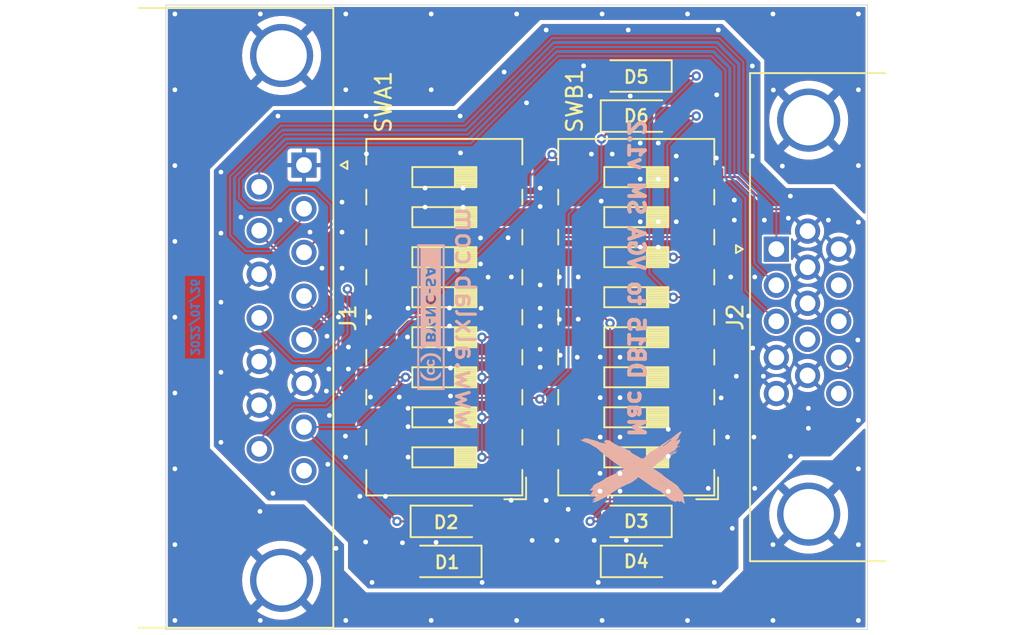
<source format=kicad_pcb>
(kicad_pcb (version 20211014) (generator pcbnew)
  (layers (0 "F.Cu" signal) (31 "B.Cu" signal) (34 "B.Paste" user) (35 "F.Paste" user) (36 "B.SilkS" user "B.Silkscreen") (37 "F.SilkS" user "F.Silkscreen") (38 "B.Mask" user) (39 "F.Mask" user) (44 "Edge.Cuts" user))
  (net 0 "")
  (net 1 "/S1-1")
  (net 2 "/D1")
  (net 3 "/D2")
  (net 4 "/D3")
  (net 5 "/S2-1")
  (net 6 "/D4")
  (net 7 "/S0-1")
  (net 8 "/D5")
  (net 9 "/D6")
  (net 10 "/HS")
  (net 11 "/VS")
  (net 12 "/B")
  (net 14 "/G")
  (net 15 "/CS")
  (net 16 "/R")
  (net 18 "/VS-2")
  (net 21 "Net-(SWA1-Pad1)")
  (net 28 "/HS-CS")
  (net 29 "/GND")
  (net 30 "/GND.S")
  (footprint "Connector_Dsub:DSUB-15_Male_Horizontal_P2.77x2.84mm_EdgePinOffset7.70mm_Housed_MountingHolesOffset9.12mm" (layer "F.Cu") (at 109.22 95.25 -90)
    (fp_text reference "J1" (at 9.695 -2.8 90) (layer "F.SilkS"))
    (fp_text value "Mac_DB15_Male_MountingHoles")
    (pad "0" thru_hole circle (at 26.345 1.42 270) (size 4 4) (drill 3.2) (layers *.Cu *.Mask) (net 30 "/GND.S"))
    (pad "0" thru_hole circle (at -6.955 1.42 270) (size 4 4) (drill 3.2) (layers *.Cu *.Mask) (net 30 "/GND.S"))
    (pad "1" thru_hole rect (at 0 0 270) (size 1.6 1.6) (drill 1) (layers *.Cu *.Mask) (net 29 "/GND"))
    (pad "2" thru_hole circle (at 2.77 0 270) (size 1.6 1.6) (drill 1) (layers *.Cu *.Mask) (net 16 "/R"))
    (pad "3" thru_hole circle (at 5.54 0 270) (size 1.6 1.6) (drill 1) (layers *.Cu *.Mask) (net 15 "/CS"))
    (pad "4" thru_hole circle (at 8.31 0 270) (size 1.6 1.6) (drill 1) (layers *.Cu *.Mask) (net 7 "/S0-1"))
    (pad "5" thru_hole circle (at 11.08 0 270) (size 1.6 1.6) (drill 1) (layers *.Cu *.Mask) (net 14 "/G"))
    (pad "6" thru_hole circle (at 13.85 0 270) (size 1.6 1.6) (drill 1) (layers *.Cu *.Mask) (net 29 "/GND"))
    (pad "7" thru_hole circle (at 16.62 0 270) (size 1.6 1.6) (drill 1) (layers *.Cu *.Mask) (net 1 "/S1-1"))
    (pad "8" thru_hole circle (at 19.39 0 270) (size 1.6 1.6) (drill 1) (layers *.Cu *.Mask))
    (pad "9" thru_hole circle (at 1.385 2.84 270) (size 1.6 1.6) (drill 1) (layers *.Cu *.Mask) (net 12 "/B"))
    (pad "10" thru_hole circle (at 4.155 2.84 270) (size 1.6 1.6) (drill 1) (layers *.Cu *.Mask) (net 5 "/S2-1"))
    (pad "11" thru_hole circle (at 6.925 2.84 270) (size 1.6 1.6) (drill 1) (layers *.Cu *.Mask) (net 29 "/GND"))
    (pad "12" thru_hole circle (at 9.695 2.84 270) (size 1.6 1.6) (drill 1) (layers *.Cu *.Mask) (net 11 "/VS"))
    (pad "13" thru_hole circle (at 12.465 2.84 270) (size 1.6 1.6) (drill 1) (layers *.Cu *.Mask) (net 29 "/GND"))
    (pad "14" thru_hole circle (at 15.235 2.84 270) (size 1.6 1.6) (drill 1) (layers *.Cu *.Mask) (net 29 "/GND"))
    (pad "15" thru_hole circle (at 18.005 2.84 270) (size 1.6 1.6) (drill 1) (layers *.Cu *.Mask) (net 10 "/HS"))
  )
  (footprint "Diode_SMD:D_SOD-123" (layer "F.Cu") (at 118.237 117.856)
    (fp_text reference "D2" (at 0 0.0635) (layer "F.SilkS") (effects (font (size 0.8 0.8))))
    (fp_text value "1N4148")
    (pad "1" smd rect (at -1.65 0) (size 0.9 1.2) (layers "F.Cu" "F.Paste" "F.Mask") (net 1 "/S1-1"))
    (pad "2" smd rect (at 1.65 0) (size 0.9 1.2) (layers "F.Cu" "F.Paste" "F.Mask") (net 3 "/D2"))
  )
  (footprint "Diode_SMD:D_SOD-123" (layer "F.Cu") (at 118.237 120.396 180)
    (fp_text reference "D1" (at -0.0635 -0.0635) (layer "F.SilkS") (effects (font (size 0.8 0.8))))
    (fp_text value "1N4148")
    (pad "1" smd rect (at -1.65 0 180) (size 0.9 1.2) (layers "F.Cu" "F.Paste" "F.Mask") (net 2 "/D1"))
    (pad "2" smd rect (at 1.65 0 180) (size 0.9 1.2) (layers "F.Cu" "F.Paste" "F.Mask") (net 1 "/S1-1"))
  )
  (footprint "Diode_SMD:D_SOD-123" (layer "F.Cu") (at 130.302 120.396)
    (fp_text reference "D3" (at 0 -2.54) (layer "F.SilkS") (effects (font (size 0.8 0.8))))
    (fp_text value "1N4148")
    (pad "1" smd rect (at -1.65 0) (size 0.9 1.2) (layers "F.Cu" "F.Paste" "F.Mask") (net 5 "/S2-1"))
    (pad "2" smd rect (at 1.65 0) (size 0.9 1.2) (layers "F.Cu" "F.Paste" "F.Mask") (net 4 "/D3"))
  )
  (footprint "Diode_SMD:D_SOD-123" (layer "F.Cu") (at 130.302 117.856 180)
    (fp_text reference "D4" (at 0 -2.54) (layer "F.SilkS") (effects (font (size 0.8 0.8))))
    (fp_text value "1N4148")
    (pad "1" smd rect (at -1.65 0 180) (size 0.9 1.2) (layers "F.Cu" "F.Paste" "F.Mask") (net 6 "/D4"))
    (pad "2" smd rect (at 1.65 0 180) (size 0.9 1.2) (layers "F.Cu" "F.Paste" "F.Mask") (net 5 "/S2-1"))
  )
  (footprint "Diode_SMD:D_SOD-123" (layer "F.Cu") (at 130.302 92.1385)
    (fp_text reference "D5" (at 0 -2.4765) (layer "F.SilkS") (effects (font (size 0.8 0.8))))
    (fp_text value "1N4148")
    (pad "1" smd rect (at -1.65 0) (size 0.9 1.2) (layers "F.Cu" "F.Paste" "F.Mask") (net 7 "/S0-1"))
    (pad "2" smd rect (at 1.65 0) (size 0.9 1.2) (layers "F.Cu" "F.Paste" "F.Mask") (net 8 "/D5"))
  )
  (footprint "Diode_SMD:D_SOD-123" (layer "F.Cu") (at 130.302 89.5985 180)
    (fp_text reference "D6" (at 0 -2.54) (layer "F.SilkS") (effects (font (size 0.8 0.8))))
    (fp_text value "1N4148")
    (pad "1" smd rect (at -1.65 0 180) (size 0.9 1.2) (layers "F.Cu" "F.Paste" "F.Mask") (net 9 "/D6"))
    (pad "2" smd rect (at 1.65 0 180) (size 0.9 1.2) (layers "F.Cu" "F.Paste" "F.Mask") (net 7 "/S0-1"))
  )
  (footprint "Button_Switch_SMD:SW_DIP_SPSTx08_Slide_9.78x22.5mm_W8.61mm_P2.54mm" (layer "F.Cu") (at 130.302 104.902 180)
    (fp_text reference "SWB1" (at 3.9116 13.7287 90) (layer "F.SilkS"))
    (fp_text value "SW_DIP_x08")
    (pad "1" smd rect (at -4.305 -8.89 180) (size 2.44 1.12) (layers "F.Cu" "F.Paste" "F.Mask") (net 2 "/D1"))
    (pad "2" smd rect (at -4.305 -6.35 180) (size 2.44 1.12) (layers "F.Cu" "F.Paste" "F.Mask") (net 3 "/D2"))
    (pad "3" smd rect (at -4.305 -3.81 180) (size 2.44 1.12) (layers "F.Cu" "F.Paste" "F.Mask") (net 6 "/D4"))
    (pad "4" smd rect (at -4.305 -1.27 180) (size 2.44 1.12) (layers "F.Cu" "F.Paste" "F.Mask") (net 4 "/D3"))
    (pad "5" smd rect (at -4.305 1.27 180) (size 2.44 1.12) (layers "F.Cu" "F.Paste" "F.Mask") (net 9 "/D6"))
    (pad "6" smd rect (at -4.305 3.81 180) (size 2.44 1.12) (layers "F.Cu" "F.Paste" "F.Mask") (net 8 "/D5"))
    (pad "7" smd rect (at -4.305 6.35 180) (size 2.44 1.12) (layers "F.Cu" "F.Paste" "F.Mask") (net 28 "/HS-CS"))
    (pad "8" smd rect (at -4.305 8.89 180) (size 2.44 1.12) (layers "F.Cu" "F.Paste" "F.Mask") (net 28 "/HS-CS"))
    (pad "9" smd rect (at 4.305 8.89 180) (size 2.44 1.12) (layers "F.Cu" "F.Paste" "F.Mask") (net 10 "/HS"))
    (pad "10" smd rect (at 4.305 6.35 180) (size 2.44 1.12) (layers "F.Cu" "F.Paste" "F.Mask") (net 15 "/CS"))
    (pad "11" smd rect (at 4.305 3.81 180) (size 2.44 1.12) (layers "F.Cu" "F.Paste" "F.Mask") (net 5 "/S2-1"))
    (pad "12" smd rect (at 4.305 1.27 180) (size 2.44 1.12) (layers "F.Cu" "F.Paste" "F.Mask") (net 5 "/S2-1"))
    (pad "13" smd rect (at 4.305 -1.27 180) (size 2.44 1.12) (layers "F.Cu" "F.Paste" "F.Mask") (net 1 "/S1-1"))
    (pad "14" smd rect (at 4.305 -3.81 180) (size 2.44 1.12) (layers "F.Cu" "F.Paste" "F.Mask") (net 1 "/S1-1"))
    (pad "15" smd rect (at 4.305 -6.35 180) (size 2.44 1.12) (layers "F.Cu" "F.Paste" "F.Mask") (net 7 "/S0-1"))
    (pad "16" smd rect (at 4.305 -8.89 180) (size 2.44 1.12) (layers "F.Cu" "F.Paste" "F.Mask") (net 7 "/S0-1"))
  )
  (footprint "project:logo_7_back" (layer "F.Cu") (at 131.1275 114.427 -90)
    (fp_text reference "G***" hide)
    (fp_text value "LOGO" hide)
  )
  (footprint "Connector_Dsub:DSUB-15-HD_Female_Horizontal_P2.29x1.98mm_EdgePinOffset3.03mm_Housed_MountingHolesOffset4.94mm" (layer "F.Cu") (at 139.192 100.584 90)
    (fp_text reference "J2" (at -4.315 -2.61 90) (layer "F.SilkS"))
    (fp_text value "VGA_DB15_Female_HighDensity_MountingHoles")
    (pad "0" thru_hole circle (at -16.815 2.05 90) (size 4 4) (drill 3.2) (layers *.Cu *.Mask) (net 30 "/GND.S"))
    (pad "0" thru_hole circle (at 8.185 2.05 90) (size 4 4) (drill 3.2) (layers *.Cu *.Mask) (net 30 "/GND.S"))
    (pad "1" thru_hole rect (at 0 0 90) (size 1.6 1.6) (drill 1) (layers *.Cu *.Mask) (net 16 "/R"))
    (pad "2" thru_hole circle (at -2.29 0 90) (size 1.6 1.6) (drill 1) (layers *.Cu *.Mask) (net 14 "/G"))
    (pad "3" thru_hole circle (at -4.58 0 90) (size 1.6 1.6) (drill 1) (layers *.Cu *.Mask) (net 12 "/B"))
    (pad "4" thru_hole circle (at -6.87 0 90) (size 1.6 1.6) (drill 1) (layers *.Cu *.Mask) (net 29 "/GND"))
    (pad "5" thru_hole circle (at -9.16 0 90) (size 1.6 1.6) (drill 1) (layers *.Cu *.Mask) (net 29 "/GND"))
    (pad "6" thru_hole circle (at 1.145 1.98 90) (size 1.6 1.6) (drill 1) (layers *.Cu *.Mask) (net 29 "/GND"))
    (pad "7" thru_hole circle (at -1.145 1.98 90) (size 1.6 1.6) (drill 1) (layers *.Cu *.Mask) (net 29 "/GND"))
    (pad "8" thru_hole circle (at -3.435 1.98 90) (size 1.6 1.6) (drill 1) (layers *.Cu *.Mask) (net 29 "/GND"))
    (pad "9" thru_hole circle (at -5.725 1.98 90) (size 1.6 1.6) (drill 1) (layers *.Cu *.Mask))
    (pad "10" thru_hole circle (at -8.015 1.98 90) (size 1.6 1.6) (drill 1) (layers *.Cu *.Mask) (net 29 "/GND"))
    (pad "11" thru_hole circle (at 0 3.96 90) (size 1.6 1.6) (drill 1) (layers *.Cu *.Mask) (net 29 "/GND"))
    (pad "12" thru_hole circle (at -2.29 3.96 90) (size 1.6 1.6) (drill 1) (layers *.Cu *.Mask))
    (pad "13" thru_hole circle (at -4.58 3.96 90) (size 1.6 1.6) (drill 1) (layers *.Cu *.Mask) (net 28 "/HS-CS"))
    (pad "14" thru_hole circle (at -6.87 3.96 90) (size 1.6 1.6) (drill 1) (layers *.Cu *.Mask) (net 18 "/VS-2"))
    (pad "15" thru_hole circle (at -9.16 3.96 90) (size 1.6 1.6) (drill 1) (layers *.Cu *.Mask))
  )
  (footprint "Button_Switch_SMD:SW_DIP_SPSTx08_Slide_9.78x22.5mm_W8.61mm_P2.54mm" (layer "F.Cu") (at 118.123 104.902 180)
    (fp_text reference "SWA1" (at 3.8611 13.6652 90) (layer "F.SilkS"))
    (fp_text value "SW_DIP_x08")
    (pad "1" smd rect (at -4.305 -8.89 180) (size 2.44 1.12) (layers "F.Cu" "F.Paste" "F.Mask") (net 21 "Net-(SWA1-Pad1)"))
    (pad "2" smd rect (at -4.305 -6.35 180) (size 2.44 1.12) (layers "F.Cu" "F.Paste" "F.Mask") (net 21 "Net-(SWA1-Pad1)"))
    (pad "3" smd rect (at -4.305 -3.81 180) (size 2.44 1.12) (layers "F.Cu" "F.Paste" "F.Mask") (net 21 "Net-(SWA1-Pad1)"))
    (pad "4" smd rect (at -4.305 -1.27 180) (size 2.44 1.12) (layers "F.Cu" "F.Paste" "F.Mask") (net 21 "Net-(SWA1-Pad1)"))
    (pad "5" smd rect (at -4.305 1.27 180) (size 2.44 1.12) (layers "F.Cu" "F.Paste" "F.Mask") (net 18 "/VS-2"))
    (pad "6" smd rect (at -4.305 3.81 180) (size 2.44 1.12) (layers "F.Cu" "F.Paste" "F.Mask"))
    (pad "7" smd rect (at -4.305 6.35 180) (size 2.44 1.12) (layers "F.Cu" "F.Paste" "F.Mask"))
    (pad "8" smd rect (at -4.305 8.89 180) (size 2.44 1.12) (layers "F.Cu" "F.Paste" "F.Mask"))
    (pad "9" smd rect (at 4.305 8.89 180) (size 2.44 1.12) (layers "F.Cu" "F.Paste" "F.Mask"))
    (pad "10" smd rect (at 4.305 6.35 180) (size 2.44 1.12) (layers "F.Cu" "F.Paste" "F.Mask"))
    (pad "11" smd rect (at 4.305 3.81 180) (size 2.44 1.12) (layers "F.Cu" "F.Paste" "F.Mask"))
    (pad "12" smd rect (at 4.305 1.27 180) (size 2.44 1.12) (layers "F.Cu" "F.Paste" "F.Mask") (net 11 "/VS"))
    (pad "13" smd rect (at 4.305 -1.27 180) (size 2.44 1.12) (layers "F.Cu" "F.Paste" "F.Mask") (net 5 "/S2-1"))
    (pad "14" smd rect (at 4.305 -3.81 180) (size 2.44 1.12) (layers "F.Cu" "F.Paste" "F.Mask") (net 1 "/S1-1"))
    (pad "15" smd rect (at 4.305 -6.35 180) (size 2.44 1.12) (layers "F.Cu" "F.Paste" "F.Mask") (net 7 "/S0-1"))
    (pad "16" smd rect (at 4.305 -8.89 180) (size 2.44 1.12) (layers "F.Cu" "F.Paste" "F.Mask") (net 29 "/GND"))
  )
  (footprint "project:cc_by_nc_sa_small_9mm_front_silk_screen" (layer "B.Cu") (at 117.2845 104.902 90)
    (fp_text reference "G***" hide)
    (fp_text value "LOGO" hide)
  )
  (gr_line (start 100.457 124.714) (end 100.457 85.09) (layer "Edge.Cuts") (width 0.05))
  (gr_line (start 144.9705 124.714) (end 100.457 124.714) (layer "Edge.Cuts") (width 0.05))
  (gr_line (start 144.9705 85.09) (end 144.9705 124.714) (layer "Edge.Cuts") (width 0.05))
  (gr_line (start 100.457 85.09) (end 144.9705 85.09) (layer "Edge.Cuts") (width 0.05))
  (gr_text "2022/01/26" (at 102.2985 104.902 -90) (layer "B.Cu") (effects (font (size 0.5 0.5) (thickness 0.125)) (justify mirror)))
  (gr_text "www.alxlab.com" (at 119.4435 104.9655 -90) (layer "B.SilkS") (effects (font (size 1.2 1.2) (thickness 0.2)) (justify mirror)))
  (gr_text "Mac DB15 to VGA SM v1.2" (at 130.302 102.4255 -90) (layer "B.SilkS") (effects (font (size 1 1) (thickness 0.25)) (justify mirror)))
  (segment (start 115.5065 108.712) (end 114.3 108.712) (width 0.127) (layer "F.Cu") (net 1))
  (segment (start 118.3005 107.5055) (end 117.094 108.712) (width 0.127) (layer "F.Cu") (net 1))
  (segment (start 116.587 117.856) (end 116.587 120.396) (width 0.127) (layer "F.Cu") (net 1))
  (segment (start 117.094 108.712) (end 115.5065 108.712) (width 0.127) (layer "F.Cu") (net 1))
  (segment (start 125.997 108.712) (end 125.997 106.172) (width 0.127) (layer "F.Cu") (net 1))
  (segment (start 116.587 117.856) (end 115.1255 117.856) (width 0.127) (layer "F.Cu") (net 1))
  (segment (start 125.997 108.712) (end 124.7905 107.5055) (width 0.127) (layer "F.Cu") (net 1))
  (segment (start 124.7905 107.5055) (end 118.3005 107.5055) (width 0.127) (layer "F.Cu") (net 1))
  (via (at 115.1255 117.856) (size 0.6) (drill 0.3) (layers "F.Cu" "B.Cu") (net 1))
  (via (at 115.6716 108.712) (size 0.6) (drill 0.3) (layers "F.Cu" "B.Cu") (net 1))
  (segment (start 115.1255 117.856) (end 115.1255 117.856) (width 0.127) (layer "B.Cu") (net 1))
  (segment (start 112.5136 111.87) (end 115.6716 108.712) (width 0.127) (layer "B.Cu") (net 1))
  (segment (start 109.22 111.87) (end 112.5136 111.87) (width 0.127) (layer "B.Cu") (net 1))
  (segment (start 109.1565 111.8905) (end 115.122 117.856) (width 0.127) (layer "B.Cu") (net 1))
  (segment (start 115.122 117.856) (end 115.1255 117.856) (width 0.127) (layer "B.Cu") (net 1))
  (segment (start 125.73 116.459) (end 124.7775 117.4115) (width 0.127) (layer "F.Cu") (net 2))
  (segment (start 124.7775 118.8085) (end 123.19 120.396) (width 0.127) (layer "F.Cu") (net 2))
  (segment (start 123.19 120.396) (end 119.887 120.396) (width 0.127) (layer "F.Cu") (net 2))
  (segment (start 130.683 116.459) (end 125.73 116.459) (width 0.127) (layer "F.Cu") (net 2))
  (segment (start 133.35 113.792) (end 130.683 116.459) (width 0.127) (layer "F.Cu") (net 2))
  (segment (start 134.607 113.792) (end 133.35 113.792) (width 0.127) (layer "F.Cu") (net 2))
  (segment (start 124.7775 117.4115) (end 124.7775 118.8085) (width 0.127) (layer "F.Cu") (net 2))
  (segment (start 124.3965 115.3795) (end 121.92 117.856) (width 0.127) (layer "F.Cu") (net 3))
  (segment (start 134.607 111.252) (end 133.9215 111.252) (width 0.127) (layer "F.Cu") (net 3))
  (segment (start 129.794 115.3795) (end 124.3965 115.3795) (width 0.127) (layer "F.Cu") (net 3))
  (segment (start 121.92 117.856) (end 119.887 117.856) (width 0.127) (layer "F.Cu") (net 3))
  (segment (start 133.9215 111.252) (end 129.794 115.3795) (width 0.127) (layer "F.Cu") (net 3))
  (segment (start 131.952 120.396) (end 134.0485 120.396) (width 0.127) (layer "F.Cu") (net 4))
  (segment (start 135.6995 117.602) (end 137.2108 116.0907) (width 0.127) (layer "F.Cu") (net 4))
  (segment (start 135.3439 106.172) (end 134.607 106.172) (width 0.127) (layer "F.Cu") (net 4))
  (segment (start 134.112 106.3625) (end 134.112 106.172) (width 0.127) (layer "F.Cu") (net 4))
  (segment (start 134.112 120.396) (end 135.6995 118.8085) (width 0.127) (layer "F.Cu") (net 4))
  (segment (start 135.6995 118.8085) (end 135.6995 117.602) (width 0.127) (layer "F.Cu") (net 4))
  (segment (start 137.2108 108.0389) (end 135.3439 106.172) (width 0.127) (layer "F.Cu") (net 4))
  (segment (start 137.2108 116.0907) (end 137.2108 108.0389) (width 0.127) (layer "F.Cu") (net 4))
  (segment (start 127.5715 117.856) (end 127.5715 117.856) (width 0.127) (layer "F.Cu") (net 5))
  (segment (start 128.652 117.856) (end 127.381016 117.856) (width 0.127) (layer "F.Cu") (net 5))
  (segment (start 124.727 104.902) (end 125.997 103.632) (width 0.127) (layer "F.Cu") (net 5))
  (segment (start 107.823 101.6635) (end 108.3183 102.1588) (width 0.127) (layer "F.Cu") (net 5))
  (segment (start 128.652 117.856) (end 128.652 120.396) (width 0.127) (layer "F.Cu") (net 5))
  (segment (start 126.9873 103.632) (end 128.6383 105.283) (width 0.127) (layer "F.Cu") (net 5))
  (segment (start 114.4651 106.172) (end 115.7351 104.902) (width 0.127) (layer "F.Cu") (net 5))
  (segment (start 113.818 106.172) (end 114.4651 106.172) (width 0.127) (layer "F.Cu") (net 5))
  (segment (start 114.3 106.2355) (end 114.3 105.69) (width 0.127) (layer "F.Cu") (net 5))
  (segment (start 115.7351 104.902) (end 124.727 104.902) (width 0.127) (layer "F.Cu") (net 5))
  (segment (start 125.997 101.092) (end 125.997 103.632) (width 0.127) (layer "F.Cu") (net 5))
  (segment (start 107.823 101.0385) (end 107.823 101.6635) (width 0.127) (layer "F.Cu") (net 5))
  (segment (start 108.3183 102.1588) (end 109.7153 102.1588) (width 0.127) (layer "F.Cu") (net 5))
  (segment (start 109.7153 102.1588) (end 113.7285 106.172) (width 0.127) (layer "F.Cu") (net 5))
  (segment (start 125.997 103.632) (end 126.9873 103.632) (width 0.127) (layer "F.Cu") (net 5))
  (segment (start 113.7285 106.172) (end 113.818 106.172) (width 0.127) (layer "F.Cu") (net 5))
  (segment (start 106.38 99.5955) (end 107.823 101.0385) (width 0.127) (layer "F.Cu") (net 5))
  (via (at 128.6383 105.283) (size 0.6) (drill 0.3) (layers "F.Cu" "B.Cu") (net 5))
  (via (at 127.381016 117.856) (size 0.6) (drill 0.3) (layers "F.Cu" "B.Cu") (net 5))
  (segment (start 128.6383 105.283) (end 128.6383 105.2449) (width 0.127) (layer "B.Cu") (net 5))
  (segment (start 127.381016 117.856) (end 128.6383 116.598716) (width 0.127) (layer "B.Cu") (net 5))
  (segment (start 128.6383 116.598716) (end 128.6383 105.283) (width 0.127) (layer "B.Cu") (net 5))
  (segment (start 136.652 110.1217) (end 135.2423 108.712) (width 0.127) (layer "F.Cu") (net 6))
  (segment (start 131.952 117.856) (end 133.9977 117.856) (width 0.127) (layer "F.Cu") (net 6))
  (segment (start 135.2423 108.712) (end 134.607 108.712) (width 0.127) (layer "F.Cu") (net 6))
  (segment (start 133.9977 117.856) (end 136.652 115.2017) (width 0.127) (layer "F.Cu") (net 6))
  (segment (start 136.652 115.2017) (end 136.652 110.1217) (width 0.127) (layer "F.Cu") (net 6))
  (segment (start 124.1806 110.0963) (end 125.3363 111.252) (width 0.127) (layer "F.Cu") (net 7))
  (segment (start 125.997 111.252) (end 125.997 113.792) (width 0.127) (layer "F.Cu") (net 7))
  (segment (start 113.8555 111.4425) (end 114.3 111.4425) (width 0.127) (layer "F.Cu") (net 7))
  (segment (start 113.818 111.252) (end 113.0427 111.252) (width 0.127) (layer "F.Cu") (net 7))
  (segment (start 128.652 92.1385) (end 128.652 93.0265) (width 0.127) (layer "F.Cu") (net 7))
  (segment (start 113.818 111.252) (end 117.9449 111.252) (width 0.127) (layer "F.Cu") (net 7))
  (segment (start 119.1768 110.0201) (end 124.1044 110.0201) (width 0.127) (layer "F.Cu") (net 7))
  (segment (start 113.0427 111.252) (end 111.4044 109.6137) (width 0.127) (layer "F.Cu") (net 7))
  (segment (start 126.491996 113.792) (end 126.492 113.792) (width 0.25) (layer "F.Cu") (net 7))
  (segment (start 111.4044 109.6137) (end 111.4044 105.9434) (width 0.127) (layer "F.Cu") (net 7))
  (segment (start 128.652 92.1385) (end 128.652 89.5985) (width 0.127) (layer "F.Cu") (net 7))
  (segment (start 128.652 93.0265) (end 128.092202 93.586298) (width 0.127) (layer "F.Cu") (net 7))
  (segment (start 111.4044 105.9434) (end 109.22 103.759) (width 0.127) (layer "F.Cu") (net 7))
  (segment (start 109.22 103.759) (end 109.22 103.7075) (width 0.127) (layer "F.Cu") (net 7))
  (segment (start 117.9449 111.252) (end 119.1768 110.0201) (width 0.127) (layer "F.Cu") (net 7))
  (segment (start 125.3363 111.252) (end 125.997 111.252) (width 0.127) (layer "F.Cu") (net 7))
  (segment (start 124.1044 110.0201) (end 124.1806 110.0963) (width 0.127) (layer "F.Cu") (net 7))
  (via (at 128.092202 93.586298) (size 0.6) (drill 0.3) (layers "F.Cu" "B.Cu") (net 7))
  (via (at 124.1806 110.0963) (size 0.6) (drill 0.3) (layers "F.Cu" "B.Cu") (net 7))
  (segment (start 128.092202 96.278698) (end 126.0094 98.3615) (width 0.127) (layer "B.Cu") (net 7))
  (segment (start 126.0094 108.2675) (end 124.1806 110.0963) (width 0.127) (layer "B.Cu") (net 7))
  (segment (start 128.092202 93.586298) (end 128.092202 96.278698) (width 0.127) (layer "B.Cu") (net 7))
  (segment (start 126.0094 105.6513) (end 126.0094 108.2675) (width 0.127) (layer "B.Cu") (net 7))
  (segment (start 126.0094 98.3615) (end 126.0094 105.7148) (width 0.127) (layer "B.Cu") (net 7))
  (segment (start 132.6515 101.092) (end 132.6515 101.092) (width 0.127) (layer "F.Cu") (net 8))
  (segment (start 133.985 100.965) (end 134.112 101.092) (width 0.25) (layer "F.Cu") (net 8))
  (segment (start 134.607 101.092) (end 132.6515 101.092) (width 0.127) (layer "F.Cu") (net 8))
  (segment (start 134.112 101.092) (end 133.7945 100.7745) (width 0.127) (layer "F.Cu") (net 8))
  (segment (start 134.112002 92.1385) (end 131.952 92.1385) (width 0.127) (layer "F.Cu") (net 8))
  (via (at 132.6515 101.092) (size 0.6) (drill 0.3) (layers "F.Cu" "B.Cu") (net 8))
  (via (at 134.112002 92.1385) (size 0.6) (drill 0.3) (layers "F.Cu" "B.Cu") (net 8))
  (segment (start 134.0485 92.2655) (end 134.0485 92.202002) (width 0.127) (layer "B.Cu") (net 8))
  (segment (start 132.2705 93.980002) (end 134.112002 92.1385) (width 0.127) (layer "B.Cu") (net 8))
  (segment (start 132.6515 101.092) (end 132.2705 100.711) (width 0.127) (layer "B.Cu") (net 8))
  (segment (start 132.2705 100.711) (end 132.2705 93.980002) (width 0.127) (layer "B.Cu") (net 8))
  (segment (start 134.0485 92.202002) (end 134.112002 92.1385) (width 0.127) (layer "B.Cu") (net 8))
  (segment (start 132.6515 103.632) (end 132.6515 103.632) (width 0.127) (layer "F.Cu") (net 9))
  (segment (start 134.112 89.5985) (end 131.952 89.5985) (width 0.127) (layer "F.Cu") (net 9))
  (segment (start 134.607 103.632) (end 132.6515 103.632) (width 0.127) (layer "F.Cu") (net 9))
  (via (at 134.112 89.5985) (size 0.6) (drill 0.3) (layers "F.Cu" "B.Cu") (net 9))
  (via (at 132.6515 103.632) (size 0.6) (drill 0.3) (layers "F.Cu" "B.Cu") (net 9))
  (segment (start 134.112 89.5985) (end 134.112 89.5985) (width 0.127) (layer "B.Cu") (net 9))
  (segment (start 131.1275 92.583) (end 131.1275 102.108) (width 0.127) (layer "B.Cu") (net 9))
  (segment (start 131.1275 102.108) (end 132.6515 103.632) (width 0.127) (layer "B.Cu") (net 9))
  (segment (start 134.112 89.5985) (end 131.1275 92.583) (width 0.127) (layer "B.Cu") (net 9))
  (segment (start 125.0188 94.4245) (end 125.0188 94.4245) (width 0.127) (layer "F.Cu") (net 10))
  (segment (start 125.997 96.012) (end 125.997 95.6059) (width 0.127) (layer "F.Cu") (net 10))
  (segment (start 125.997 95.6059) (end 124.968 94.5769) (width 0.127) (layer "F.Cu") (net 10))
  (via (at 124.968 94.5769) (size 0.6) (drill 0.3) (layers "F.Cu" "B.Cu") (net 10))
  (segment (start 108.585 110.49) (end 110.617 110.49) (width 0.127) (layer "B.Cu") (net 10))
  (segment (start 106.38 112.695) (end 108.585 110.49) (width 0.127) (layer "B.Cu") (net 10))
  (segment (start 123.5964 95.9485) (end 123.5964 96.1009) (width 0.127) (layer "B.Cu") (net 10))
  (segment (start 106.38 113.255) (end 106.38 112.695) (width 0.127) (layer "B.Cu") (net 10))
  (segment (start 123.5964 97.5106) (end 123.5964 96.1009) (width 0.127) (layer "B.Cu") (net 10))
  (segment (start 124.968 94.5769) (end 123.5964 95.9485) (width 0.127) (layer "B.Cu") (net 10))
  (segment (start 110.617 110.49) (end 123.5964 97.5106) (width 0.127) (layer "B.Cu") (net 10))
  (segment (start 111.9759 103.1113) (end 111.9759 103.1113) (width 0.127) (layer "F.Cu") (net 11))
  (segment (start 112.4966 103.632) (end 111.9759 103.1113) (width 0.127) (layer "F.Cu") (net 11))
  (segment (start 113.818 103.632) (end 112.4966 103.632) (width 0.127) (layer "F.Cu") (net 11))
  (via (at 111.9759 103.1113) (size 0.6) (drill 0.3) (layers "F.Cu" "B.Cu") (net 11))
  (segment (start 106.38 105.0925) (end 106.38 105.5545) (width 0.127) (layer "B.Cu") (net 11))
  (segment (start 108.5215 107.696) (end 110.236 107.696) (width 0.127) (layer "B.Cu") (net 11))
  (segment (start 111.9759 105.9561) (end 111.9759 103.1113) (width 0.127) (layer "B.Cu") (net 11))
  (segment (start 110.236 107.696) (end 111.9759 105.9561) (width 0.127) (layer "B.Cu") (net 11))
  (segment (start 106.38 105.5545) (end 108.5215 107.696) (width 0.127) (layer "B.Cu") (net 11))
  (segment (start 135.9535 89.2175) (end 135.9535 96.0755) (width 0.127) (layer "B.Cu") (net 12))
  (segment (start 137.2235 97.3455) (end 137.2235 103.1955) (width 0.127) (layer "B.Cu") (net 12))
  (segment (start 108.1532 93.8657) (end 119.8118 93.8657) (width 0.127) (layer "B.Cu") (net 12))
  (segment (start 135.0645 88.3285) (end 135.9535 89.2175) (width 0.127) (layer "B.Cu") (net 12))
  (segment (start 106.38 96.7825) (end 106.38 95.6389) (width 0.127) (layer "B.Cu") (net 12))
  (segment (start 119.8118 93.8657) (end 125.349 88.3285) (width 0.127) (layer "B.Cu") (net 12))
  (segment (start 125.349 88.3285) (end 135.0645 88.3285) (width 0.127) (layer "B.Cu") (net 12))
  (segment (start 106.38 95.6389) (end 108.1532 93.8657) (width 0.127) (layer "B.Cu") (net 12))
  (segment (start 137.2235 103.1955) (end 139.192 105.164) (width 0.127) (layer "B.Cu") (net 12))
  (segment (start 135.9535 96.0755) (end 137.2235 97.3455) (width 0.127) (layer "B.Cu") (net 12))
  (segment (start 135.3185 87.757) (end 136.525 88.9635) (width 0.127) (layer "B.Cu") (net 14))
  (segment (start 105.0925 96.1263) (end 107.9119 93.3069) (width 0.127) (layer "B.Cu") (net 14))
  (segment (start 137.795 97.155) (end 137.795 101.477) (width 0.127) (layer "B.Cu") (net 14))
  (segment (start 119.6086 93.3069) (end 125.1585 87.757) (width 0.127) (layer "B.Cu") (net 14))
  (segment (start 107.1245 97.9805) (end 105.7275 97.9805) (width 0.127) (layer "B.Cu") (net 14))
  (segment (start 105.0925 97.3455) (end 105.0925 96.1263) (width 0.127) (layer "B.Cu") (net 14))
  (segment (start 105.7275 97.9805) (end 105.0925 97.3455) (width 0.127) (layer "B.Cu") (net 14))
  (segment (start 136.525 95.885) (end 137.795 97.155) (width 0.127) (layer "B.Cu") (net 14))
  (segment (start 109.9185 96.774) (end 108.331 96.774) (width 0.127) (layer "B.Cu") (net 14))
  (segment (start 110.9345 104.5725) (end 110.9345 97.79) (width 0.127) (layer "B.Cu") (net 14))
  (segment (start 107.9119 93.3069) (end 119.6086 93.3069) (width 0.127) (layer "B.Cu") (net 14))
  (segment (start 125.1585 87.757) (end 135.3185 87.757) (width 0.127) (layer "B.Cu") (net 14))
  (segment (start 136.525 88.9635) (end 136.525 95.885) (width 0.127) (layer "B.Cu") (net 14))
  (segment (start 137.795 101.477) (end 139.192 102.874) (width 0.127) (layer "B.Cu") (net 14))
  (segment (start 110.9345 97.79) (end 109.9185 96.774) (width 0.127) (layer "B.Cu") (net 14))
  (segment (start 108.331 96.774) (end 107.1245 97.9805) (width 0.127) (layer "B.Cu") (net 14))
  (segment (start 109.1565 106.3505) (end 110.9345 104.5725) (width 0.127) (layer "B.Cu") (net 14))
  (segment (start 112.728 97.282) (end 109.22 100.79) (width 0.127) (layer "F.Cu") (net 15))
  (segment (start 109.22 100.79) (end 109.535001 100.474999) (width 0.25) (layer "F.Cu") (net 15))
  (segment (start 125.2855 97.282) (end 112.728 97.282) (width 0.127) (layer "F.Cu") (net 15))
  (segment (start 126.4285 98.425) (end 125.2855 97.282) (width 0.127) (layer "F.Cu") (net 15))
  (segment (start 107.7468 92.7481) (end 119.4054 92.7481) (width 0.127) (layer "B.Cu") (net 16))
  (segment (start 124.968 87.1855) (end 135.5725 87.1855) (width 0.127) (layer "B.Cu") (net 16))
  (segment (start 109.22 98.1675) (end 109.22 98.552) (width 0.127) (layer "B.Cu") (net 16))
  (segment (start 109.22 98.552) (end 107.061 100.711) (width 0.127) (layer "B.Cu") (net 16))
  (segment (start 119.4054 92.7481) (end 124.968 87.1855) (width 0.127) (layer "B.Cu") (net 16))
  (segment (start 107.061 100.711) (end 105.537 100.711) (width 0.127) (layer "B.Cu") (net 16))
  (segment (start 135.5725 87.1855) (end 137.0965 88.7095) (width 0.127) (layer "B.Cu") (net 16))
  (segment (start 109.22 98.02) (end 109.22 98.2345) (width 0.127) (layer "B.Cu") (net 16))
  (segment (start 105.537 100.711) (end 104.521 99.695) (width 0.127) (layer "B.Cu") (net 16))
  (segment (start 139.192 97.79) (end 139.192 100.584) (width 0.127) (layer "B.Cu") (net 16))
  (segment (start 137.0965 95.6945) (end 139.192 97.79) (width 0.127) (layer "B.Cu") (net 16))
  (segment (start 137.0965 88.7095) (end 137.0965 95.6945) (width 0.127) (layer "B.Cu") (net 16))
  (segment (start 104.521 95.9739) (end 107.7468 92.7481) (width 0.127) (layer "B.Cu") (net 16))
  (segment (start 104.521 99.695) (end 104.521 95.9739) (width 0.127) (layer "B.Cu") (net 16))
  (segment (start 136.8425 100.33) (end 136.8425 106.807) (width 0.127) (layer "F.Cu") (net 18))
  (segment (start 144.399 110.5535) (end 144.399 108.701) (width 0.127) (layer "F.Cu") (net 18))
  (segment (start 137.795 110.617) (end 138.4935 111.3155) (width 0.127) (layer "F.Cu") (net 18))
  (segment (start 144.399 108.701) (end 143.152 107.454) (width 0.127) (layer "F.Cu") (net 18))
  (segment (start 123.825 102.362) (end 124.206 101.981) (width 0.127) (layer "F.Cu") (net 18))
  (segment (start 123.19 102.362) (end 123.825 102.362) (width 0.127) (layer "F.Cu") (net 18))
  (segment (start 124.714 99.822) (end 136.3345 99.822) (width 0.127) (layer "F.Cu") (net 18))
  (segment (start 136.3345 99.822) (end 136.8425 100.33) (width 0.127) (layer "F.Cu") (net 18))
  (segment (start 136.8425 106.807) (end 137.795 107.7595) (width 0.127) (layer "F.Cu") (net 18))
  (segment (start 143.637 111.3155) (end 144.399 110.5535) (width 0.127) (layer "F.Cu") (net 18))
  (segment (start 137.795 107.7595) (end 137.795 110.617) (width 0.127) (layer "F.Cu") (net 18))
  (segment (start 124.206 101.981) (end 124.206 100.33) (width 0.127) (layer "F.Cu") (net 18))
  (segment (start 124.206 100.33) (end 124.714 99.822) (width 0.127) (layer "F.Cu") (net 18))
  (segment (start 121.92 103.632) (end 123.19 102.362) (width 0.127) (layer "F.Cu") (net 18))
  (segment (start 138.4935 111.3155) (end 143.637 111.3155) (width 0.127) (layer "F.Cu") (net 18))
  (segment (start 122.428 106.172) (end 120.5103 106.172) (width 0.127) (layer "F.Cu") (net 21))
  (segment (start 122.428 111.252) (end 120.484898 111.252) (width 0.127) (layer "F.Cu") (net 21))
  (segment (start 122.428 113.792) (end 120.5103 113.792) (width 0.127) (layer "F.Cu") (net 21))
  (segment (start 122.428 108.712) (end 120.5103 108.712) (width 0.127) (layer "F.Cu") (net 21))
  (via (at 120.5103 113.792) (size 0.6) (drill 0.3) (layers "F.Cu" "B.Cu") (net 21))
  (via (at 120.5103 111.252) (size 0.6) (drill 0.3) (layers "F.Cu" "B.Cu") (net 21))
  (via (at 120.5103 108.712) (size 0.6) (drill 0.3) (layers "F.Cu" "B.Cu") (net 21))
  (via (at 120.5103 106.172) (size 0.6) (drill 0.3) (layers "F.Cu" "B.Cu") (net 21))
  (segment (start 120.5103 111.252) (end 120.5103 111.252) (width 0.127) (layer "B.Cu") (net 21))
  (segment (start 120.5103 108.7755) (end 120.5103 106.172) (width 0.127) (layer "B.Cu") (net 21))
  (segment (start 120.5103 111.252) (end 120.5103 108.7755) (width 0.127) (layer "B.Cu") (net 21))
  (segment (start 120.5103 113.792) (end 120.5103 111.252) (width 0.127) (layer "B.Cu") (net 21))
  (segment (start 134.607 96.012) (end 134.607 98.552) (width 0.127) (layer "F.Cu") (net 28))
  (segment (start 136.7663 96.012) (end 138.7983 98.044) (width 0.127) (layer "F.Cu") (net 28))
  (segment (start 143.152 105.164) (end 144.4625 103.8535) (width 0.127) (layer "F.Cu") (net 28))
  (segment (start 134.607 96.012) (end 136.7663 96.012) (width 0.127) (layer "F.Cu") (net 28))
  (segment (start 138.7983 98.044) (end 142.748 98.044) (width 0.127) (layer "F.Cu") (net 28))
  (segment (start 144.4625 99.7585) (end 142.748 98.044) (width 0.127) (layer "F.Cu") (net 28))
  (segment (start 144.4625 103.8535) (end 144.4625 99.7585) (width 0.127) (layer "F.Cu") (net 28))
  (segment (start 135.3875 94.8) (end 136.2 94.8) (width 0.25) (layer "F.Cu") (net 29))
  (segment (start 109.22 109.1) (end 109.22 109.347) (width 0.5) (layer "F.Cu") (net 29))
  (segment (start 135.255 94.8) (end 135.3875 94.8) (width 0.25) (layer "F.Cu") (net 29))
  (via (at 119.3165 97.917) (size 0.6) (drill 0.3) (layers "F.Cu" "B.Cu") (net 29))
  (via (at 116.9035 97.917) (size 0.6) (drill 0.3) (layers "F.Cu" "B.Cu") (net 29))
  (via (at 128.0033 114.808) (size 0.6) (drill 0.3) (layers "F.Cu" "B.Cu") (net 29))
  (via (at 128.016 110.0074) (size 0.6) (drill 0.3) (layers "F.Cu" "B.Cu") (net 29))
  (via (at 126.619 102.3493) (size 0.6) (drill 0.3) (layers "F.Cu" "B.Cu") (net 29))
  (via (at 132.842 96.1517) (size 0.6) (drill 0.3) (layers "F.Cu" "B.Cu") (net 29))
  (via (at 132.334 115.951) (size 0.6) (drill 0.3) (layers "F.Cu" "B.Cu") (net 29))
  (via (at 131.699 93.853) (size 0.6) (drill 0.3) (layers "F.Cu" "B.Cu") (net 29))
  (via (at 134.874 115.7605) (size 0.6) (drill 0.3) (layers "F.Cu" "B.Cu") (net 29))
  (via (at 114.3889 116.2685) (size 0.6) (drill 0.3) (layers "F.Cu" "B.Cu") (net 29))
  (via (at 131.699 98.8441) (size 0.6) (drill 0.3) (layers "F.Cu" "B.Cu") (net 29))
  (via (at 144.399 98.8695) (size 0.6) (drill 0.3) (layers "F.Cu" "B.Cu") (net 29))
  (via (at 136.398 118.3005) (size 0.6) (drill 0.3) (layers "F.Cu" "B.Cu") (net 29))
  (via (at 132.842 98.8441) (size 0.6) (drill 0.3) (layers "F.Cu" "B.Cu") (net 29))
  (via (at 137.7696 112.5093) (size 0.6) (drill 0.3) (layers "F.Cu" "B.Cu") (net 29))
  (via (at 119.3165 96.7105) (size 0.6) (drill 0.3) (layers "F.Cu" "B.Cu") (net 29))
  (via (at 118.4529 106.9213) (size 0.6) (drill 0.3) (layers "F.Cu" "B.Cu") (net 29))
  (via (at 113.4364 109.9693) (size 0.6) (drill 0.3) (layers "F.Cu" "B.Cu") (net 29))
  (via (at 137.668 94.6785) (size 0.6) (drill 0.3) (layers "F.Cu" "B.Cu") (net 29))
  (via (at 115.7859 106.1593) (size 0.6) (drill 0.3) (layers "F.Cu" "B.Cu") (net 29))
  (via (at 126.9619 88.9508) (size 0.6) (drill 0.3) (layers "F.Cu" "B.Cu") (net 29))
  (via (at 126.5555 107.442) (size 0.6) (drill 0.3) (layers "F.Cu" "B.Cu") (net 29))
  (via (at 109.601 99.5045) (size 0.6) (drill 0.3) (layers "F.Cu" "B.Cu") (net 29))
  (via (at 111.633 101.7905) (size 0.6) (drill 0.3) (layers "F.Cu" "B.Cu") (net 29))
  (via (at 136.0932 112.5093) (size 0.6) (drill 0.3) (layers "F.Cu" "B.Cu") (net 29))
  (via (at 113.157 92.1385) (size 0.6) (drill 0.3) (layers "F.Cu" "B.Cu") (net 29))
  (via (at 118.4529 104.3178) (size 0.6) (drill 0.3) (layers "F.Cu" "B.Cu") (net 29))
  (via (at 103.9495 95.6945) (size 0.6) (drill 0.3) (layers "F.Cu" "B.Cu") (net 29))
  (via (at 113.538 121.7295) (size 0.6) (drill 0.3) (layers "F.Cu" "B.Cu") (net 29))
  (via (at 112.0394 106.7943) (size 0.6) (drill 0.3) (layers "F.Cu" "B.Cu") (net 29))
  (via (at 127.381 90.8685) (size 0.6) (drill 0.3) (layers "F.Cu" "B.Cu") (net 29))
  (via (at 120.523 121.7295) (size 0.6) (drill 0.3) (layers "F.Cu" "B.Cu") (net 29))
  (via (at 131.699 100.457) (size 0.6) (drill 0.3) (layers "F.Cu" "B.Cu") (net 29))
  (via (at 124.206 104.3305) (size 0.6) (drill 0.3) (layers "F.Cu" "B.Cu") (net 29))
  (via (at 120.4595 104.3305) (size 0.6) (drill 0.3) (layers "F.Cu" "B.Cu") (net 29))
  (via (at 132.334 113.7285) (size 0.6) (drill 0.3) (layers "F.Cu" "B.Cu") (net 29))
  (via (at 115.4684 119.2149) (size 0.6) (drill 0.3) (layers "F.Cu" "B.Cu") (net 29))
  (via (at 111.633 99.5045) (size 0.6) (drill 0.3) (layers "F.Cu" "B.Cu") (net 29))
  (via (at 113.3729 104.8893) (size 0.6) (drill 0.3) (layers "F.Cu" "B.Cu") (net 29))
  (via (at 111.8489 112.4458) (size 0.6) (drill 0.3) (layers "F.Cu" "B.Cu") (net 29))
  (via (at 130.556 98.8441) (size 0.6) (drill 0.3) (layers "F.Cu" "B.Cu") (net 29))
  (via (at 128.778 94.5515) (size 0.6) (drill 0.3) (layers "F.Cu" "B.Cu") (net 29))
  (via (at 107.2515 116.078) (size 0.6) (drill 0.3) (layers "F.Cu" "B.Cu") (net 29))
  (via (at 135.3875 94.8) (size 0.6) (drill 0.3) (layers "F.Cu" "B.Cu") (net 29))
  (via (at 132.842 94.6785) (size 0.6) (drill 0.3) (layers "F.Cu" "B.Cu") (net 29))
  (via (at 127.4572 94.5515) (size 0.6) (drill 0.3) (layers "F.Cu" "B.Cu") (net 29))
  (via (at 129.667 119.0625) (size 0.6) (drill 0.3) (layers "F.Cu" "B.Cu") (net 29))
  (via (at 128.016 112.5093) (size 0.6) (drill 0.3) (layers "F.Cu" "B.Cu") (net 29))
  (via (at 128.0033 115.9383) (size 0.6) (drill 0.3) (layers "F.Cu" "B.Cu") (net 29))
  (via (at 123.3424 91.3003) (size 0.6) (drill 0.3) (layers "F.Cu" "B.Cu") (net 29))
  (via (at 103.9495 108.3945) (size 0.6) (drill 0.3) (layers "F.Cu" "B.Cu") (net 29))
  (via (at 129.921 90.8685) (size 0.6) (drill 0.3) (layers "F.Cu" "B.Cu") (net 29))
  (via (at 137.8204 102.3493) (size 0.6) (drill 0.3) (layers "F.Cu" "B.Cu") (net 29))
  (via (at 124.206 105.4735) (size 0.6) (drill 0.3) (layers "F.Cu" "B.Cu") (net 29))
  (via (at 129.2733 112.5093) (size 0.6) (drill 0.3) (layers "F.Cu" "B.Cu") (net 29))
  (via (at 120.904 102.362) (size 0.6) (drill 0.3) (layers "F.Cu" "B.Cu") (net 29))
  (via (at 122.174 99.8601) (size 0.6) (drill 0.3) (layers "F.Cu" "B.Cu") (net 29))
  (via (at 124.206 97.8789) (size 0.6) (drill 0.3) (layers "F.Cu" "B.Cu") (net 29))
  (via (at 118.5164 108.1278) (size 0.6) (drill 0.3) (layers "F.Cu" "B.Cu") (net 29))
  (via (at 118.4529 105.4608) (size 0.6) (drill 0.3) (layers "F.Cu" "B.Cu") (net 29))
  (via (at 121.92 89.3445) (size 0.6) (drill 0.3) (layers "F.Cu" "B.Cu") (net 29))
  (via (at 128.0795 97.536) (size 0.6) (drill 0.3) (layers "F.Cu" "B.Cu") (net 29))
  (via (at 119.1514 94.4753) (size 0.6) (drill 0.3) (layers "F.Cu" "B.Cu") (net 29))
  (via (at 125.4252 105.0417) (size 0.6) (drill 0.3) (layers "F.Cu" "B.Cu") (net 29))
  (via (at 140.081 113.7285) (size 0.6) (drill 0.3) (layers "F.Cu" "B.Cu") (net 29))
  (via (at 130.556 100.457) (size 0.6) (drill 0.3) (layers "F.Cu" "B.Cu") (net 29))
  (via (at 129.2733 110.0074) (size 0.6) (drill 0.3) (layers "F.Cu" "B.Cu") (net 29))
  (via (at 135.4074 90.7923) (size 0.6) (drill 0.3) (layers "F.Cu" "B.Cu") (net 29))
  (via (at 124.206 96.7105) (size 0.6) (drill 0.3) (layers "F.Cu" "B.Cu") (net 29))
  (via (at 115.824 110.6805) (size 0.6) (drill 0.3) (layers "F.Cu" "B.Cu") (net 29))
  (via (at 129.794 86.6775) (size 0.6) (drill 0.3) (layers "F.Cu" "B.Cu") (net 29))
  (via (at 118.5164 109.9058) (size 0.6) (drill 0.3) (layers "F.Cu" "B.Cu") (net 29))
  (via (at 110.6424 109.5883) (size 0.6) (drill 0.3) (layers "F.Cu" "B.Cu") (net 29))
  (via (at 115.824 111.8489) (size 0.6) (drill 0.3) (layers "F.Cu" "B.Cu") (net 29))
  (via (at 115.824 113.7793) (size 0.6) (drill 0.3) (layers "F.Cu" "B.Cu") (net 29))
  (via (at 113.1824 94.5388) (size 0.6) (drill 0.3) (layers "F.Cu" "B.Cu") (net 29))
  (via (at 120.4214 99.8728) (size 0.6) (drill 0.3) (layers "F.Cu" "B.Cu") (net 29))
  (via (at 111.8616 113.7793) (size 0.6) (drill 0.3) (layers "F.Cu" "B.Cu") (net 29))
  (via (at 126.619 105.029) (size 0.6) (drill 0.3) (layers "F.Cu" "B.Cu") (net 29))
  (via (at 124.587 116.5225) (size 0.6) (drill 0.3) (layers "F.Cu" "B.Cu") (net 29))
  (via (at 111.633 97.5995) (size 0.6) (drill 0.3) (layers "F.Cu" "B.Cu") (net 29))
  (via (at 112.0394 108.1913) (size 0.6) (drill 0.3) (layers "F.Cu" "B.Cu") (net 29))
  (via (at 120.4214 101.5238) (size 0.6) (drill 0.3) (layers "F.Cu" "B.Cu") (net 29))
  (via (at 139.954 98.6155) (size 0.6) (drill 0.3) (layers "F.Cu" "B.Cu") (net 29))
  (via (at 136.2964 104.8258) (size 0.6) (drill 0.3) (layers "F.Cu" "B.Cu") (net 29))
  (via (at 116.9035 96.7105) (size 0.6) (drill 0.3) (layers "F.Cu" "B.Cu") (net 29))
  (via (at 129.2733 115.9383) (size 0.6) (drill 0.3) (layers "F.Cu" "B.Cu") (net 29))
  (via (at 130.556 96.139) (size 0.6) (drill 0.3) (layers "F.Cu" "B.Cu") (net 29))
  (via (at 138.43 98.7425) (size 0.6) (drill 0.3) (layers "F.Cu" "B.Cu") (net 29))
  (via (at 115.2652 109.9693) (size 0.6) (drill 0.3) (layers "F.Cu" "B.Cu") (net 29))
  (via (at 132.334 112.014) (size 0.6) (drill 0.3) (layers "F.Cu" "B.Cu") (net 29))
  (via (at 135.255 121.7295) (size 0.6) (drill 0.3) (layers "F.Cu" "B.Cu") (net 29))
  (via (at 137.668 88.9635) (size 0.6) (drill 0.3) (layers "F.Cu" "B.Cu") (net 29))
  (via (at 110.7313 114.2365) (size 0.6) (drill 0.3) (layers "F.Cu" "B.Cu") (net 29))
  (via (at 115.824 104.3305) (size 0.6) (drill 0.3) (layers "F.Cu" "B.Cu") (net 29))
  (via (at 136.525 97.4725) (size 0.6) (drill 0.3) (layers "F.Cu" "B.Cu") (net 29))
  (via (at 138.3665 108.6485) (size 0.6) (drill 0.3) (layers "F.Cu" "B.Cu") (net 29))
  (via (at 136.652 108.6485) (size 0.6) (drill 0.3) (layers "F.Cu" "B.Cu") (net 29))
  (via (at 113.1316 119.1641) (size 0.6) (drill 0.3) (layers "F.Cu" "B.Cu") (net 29))
  (via (at 137.8204 115.7605) (size 0.6) (drill 0.3) (layers "F.Cu" "B.Cu") (net 29))
  (via (at 125.476 107.315) (size 0.6) (drill 0.3) (layers "F.Cu" "B.Cu") (net 29))
  (via (at 124.206 102.8573) (size 0.6) (drill 0.3) (layers "F.Cu" "B.Cu") (net 29))
  (via (at 127.889 121.7295) (size 0.6) (drill 0.3) (layers "F.Cu" "B.Cu") (net 29))
  (via (at 141.224 110.6805) (size 0.6) (drill 0.3) (layers "F.Cu" "B.Cu") (net 29))
  (via (at 103.9495 99.568) (size 0.6) (drill 0.3) (layers "F.Cu" "B.Cu") (net 29))
  (via (at 144.399 111.4425) (size 0.6) (drill 0.3) (layers "F.Cu" "B.Cu") (net 29))
  (via (at 125.984 117.094) (size 0.6) (drill 0.3) (layers "F.Cu" "B.Cu") (net 29))
  (via (at 135.509 86.6775) (size 0.6) (drill 0.3) (layers "F.Cu" "B.Cu") (net 29))
  (via (at 112.7633 116.2685) (size 0.6) (drill 0.3) (layers "F.Cu" "B.Cu") (net 29))
  (via (at 119.126 92.1385) (size 0.6) (drill 0.3) (layers "F.Cu" "B.Cu") (net 29))
  (via (at 135.6868 110.0201) (size 0.6) (drill 0.3) (layers "F.Cu" "B.Cu") (net 29))
  (via (at 141.224 111.9505) (size 0.6) (drill 0.3) (layers "F.Cu" "B.Cu") (net 29))
  (via (at 124.206 108.077) (size 0.6) (drill 0.3) (layers "F.Cu" "B.Cu") (net 29))
  (via (at 137.6934 106.8578) (size 0.6) (drill 0.3) (layers "F.Cu" "B.Cu") (net 29))
  (via (at 125.2728 119.0625) (size 0.6) (drill 0.3) (layers "F.Cu" "B.Cu") (net 29))
  (via (at 110.6805 106.1085) (size 0.6) (drill 0.3) (layers "F.Cu" "B.Cu") (net 29))
  (via (at 107.696 98.7425) (size 0.6) (drill 0.3) (layers "F.Cu" "B.Cu") (net 29))
  (via (at 131.699 96.139) (size 0.6) (drill 0.3) (layers "F.Cu" "B.Cu") (net 29))
  (via (at 124.206 106.934) (size 0.6) (drill 0.3) (layers "F.Cu" "B.Cu") (net 29))
  (via (at 130.556 93.853) (size 0.6) (drill 0.3) (layers "F.Cu" "B.Cu") (net 29))
  (via (at 124.587 86.6775) (size 0.6) (drill 0.3) (layers "F.Cu" "B.Cu") (net 29))
  (via (at 105.2195 98.552) (size 0.6) (drill 0.3) (layers "F.Cu" "B.Cu") (net 29))
  (via (at 103.9495 103.9495) (size 0.6) (drill 0.3) (layers "F.Cu" "B.Cu") (net 29))
  (via (at 123.698 119.0625) (size 0.6) (drill 0.3) (layers "F.Cu" "B.Cu") (net 29))
  (via (at 129.2733 107.442) (size 0.6) (drill 0.3) (layers "F.Cu" "B.Cu") (net 29))
  (via (at 122.3645 116.5225) (size 0.6) (drill 0.3) (layers "F.Cu" "B.Cu") (net 29))
  (via (at 111.4044 104.8893) (size 0.6) (drill 0.3) (layers "F.Cu" "B.Cu") (net 29))
  (via (at 110.7948 108.1913) (size 0.6) (drill 0.3) (layers "F.Cu" "B.Cu") (net 29))
  (via (at 127.635 119.0625) (size 0.6) (drill 0.3) (layers "F.Cu" "B.Cu") (net 29))
  (via (at 110.8329 111.1377) (size 0.6) (drill 0.3) (layers "F.Cu" "B.Cu") (net 29))
  (via (at 122.3772 102.3493) (size 0.6) (drill 0.3) (layers "F.Cu" "B.Cu") (net 29))
  (via (at 136.525 98.7425) (size 0.6) (drill 0.3) (layers "F.Cu" "B.Cu") (net 29))
  (via (at 125.4252 102.3493) (size 0.6) (drill 0.3) (layers "F.Cu" "B.Cu") (net 29))
  (via (at 140.081 97.2185) (size 0.6) (drill 0.3) (layers "F.Cu" "B.Cu") (net 29))
  (via (at 136.2964 102.3493) (size 0.6) (drill 0.3) (layers "F.Cu" "B.Cu") (net 29))
  (via (at 128.016 107.4293) (size 0.6) (drill 0.3) (layers "F.Cu" "B.Cu") (net 29))
  (via (at 103.9495 112.8395) (size 0.6) (drill 0.3) (layers "F.Cu" "B.Cu") (net 29))
  (via (at 110.363 101.7905) (size 0.6) (drill 0.3) (layers "F.Cu" "B.Cu") (net 29))
  (via (at 117.602 119.1895) (size 0.6) (drill 0.3) (layers "F.Cu" "B.Cu") (net 29))
  (via (at 144.3609 106.3498) (size 0.6) (drill 0.3) (layers "F.Cu" "B.Cu") (net 29))
  (via (at 137.4394 104.8258) (size 0.6) (drill 0.3) (layers "F.Cu" "B.Cu") (net 29))
  (via (at 118.5164 111.4933) (size 0.6) (drill 0.3) (layers "F.Cu" "B.Cu") (net 29))
  (via (at 107.569 92.1385) (size 0.6) (drill 0.3) (layers "F.Cu" "B.Cu") (net 29))
  (via (at 142.494 98.7425) (size 0.6) (drill 0.3) (layers "F.Cu" "B.Cu") (net 29))
  (via (at 129.2733 114.8207) (size 0.6) (drill 0.3) (layers "F.Cu" "B.Cu") (net 29))
  (via (at 101.0285 90.4715) (size 0.6) (drill 0.3) (layers "F.Cu" "B.Cu") (net 30))
  (via (at 101.0285 95.2815) (size 0.6) (drill 0.3) (layers "F.Cu" "B.Cu") (net 30))
  (via (at 101.0285 100.0915) (size 0.6) (drill 0.3) (layers "F.Cu" "B.Cu") (net 30))
  (via (at 101.0285 104.9015) (size 0.6) (drill 0.3) (layers "F.Cu" "B.Cu") (net 30))
  (via (at 101.0285 109.7115) (size 0.6) (drill 0.3) (layers "F.Cu" "B.Cu") (net 30))
  (via (at 101.0285 114.5215) (size 0.6) (drill 0.3) (layers "F.Cu" "B.Cu") (net 30))
  (via (at 101.0285 119.3315) (size 0.6) (drill 0.3) (layers "F.Cu" "B.Cu") (net 30))
  (via (at 106.44975 124.1425) (size 0.6) (drill 0.3) (layers "F.Cu" "B.Cu") (net 30))
  (via (at 111.871 124.1425) (size 0.6) (drill 0.3) (layers "F.Cu" "B.Cu") (net 30))
  (via (at 117.29225 124.1425) (size 0.6) (drill 0.3) (layers "F.Cu" "B.Cu") (net 30))
  (via (at 122.7135 124.1425) (size 0.6) (drill 0.3) (layers "F.Cu" "B.Cu") (net 30))
  (via (at 128.13475 124.1425) (size 0.6) (drill 0.3) (layers "F.Cu" "B.Cu") (net 30))
  (via (at 133.556 124.1425) (size 0.6) (drill 0.3) (layers "F.Cu" "B.Cu") (net 30))
  (via (at 138.97725 124.1425) (size 0.6) (drill 0.3) (layers "F.Cu" "B.Cu") (net 30))
  (via (at 144.399 90.4715) (size 0.6) (drill 0.3) (layers "F.Cu" "B.Cu") (net 30))
  (via (at 144.399 95.2815) (size 0.6) (drill 0.3) (layers "F.Cu" "B.Cu") (net 30))
  (via (at 144.399 114.5215) (size 0.6) (drill 0.3) (layers "F.Cu" "B.Cu") (net 30))
  (via (at 144.399 119.3315) (size 0.6) (drill 0.3) (layers "F.Cu" "B.Cu") (net 30))
  (via (at 106.44975 85.6615) (size 0.6) (drill 0.3) (layers "F.Cu" "B.Cu") (net 30))
  (via (at 111.871 85.6615) (size 0.6) (drill 0.3) (layers "F.Cu" "B.Cu") (net 30))
  (via (at 117.29225 85.6615) (size 0.6) (drill 0.3) (layers "F.Cu" "B.Cu") (net 30))
  (via (at 122.7135 85.6615) (size 0.6) (drill 0.3) (layers "F.Cu" "B.Cu") (net 30))
  (via (at 128.13475 85.6615) (size 0.6) (drill 0.3) (layers "F.Cu" "B.Cu") (net 30))
  (via (at 133.556 85.6615) (size 0.6) (drill 0.3) (layers "F.Cu" "B.Cu") (net 30))
  (via (at 138.97725 85.6615) (size 0.6) (drill 0.3) (layers "F.Cu" "B.Cu") (net 30))
  (via (at 111.871 90.4715) (size 0.6) (drill 0.3) (layers "F.Cu" "B.Cu") (net 30))
  (via (at 117.29225 90.4715) (size 0.6) (drill 0.3) (layers "F.Cu" "B.Cu") (net 30))
  (via (at 138.97725 119.3315) (size 0.6) (drill 0.3) (layers "F.Cu" "B.Cu") (net 30))
  (via (at 106.426 117.221) (size 0.6) (drill 0.3) (layers "F.Cu" "B.Cu") (net 30))
  (via (at 139.573 95.3135) (size 0.6) (drill 0.3) (layers "F.Cu" "B.Cu") (net 30))
  (via (at 139.0015 90.4875) (size 0.6) (drill 0.3) (layers "F.Cu" "B.Cu") (net 30))
  (via (at 144.399 124.1425) (size 0.6) (drill 0.3) (layers "F.Cu" "B.Cu") (net 30))
  (via (at 144.399 85.6615) (size 0.6) (drill 0.3) (layers "F.Cu" "B.Cu") (net 30))
  (via (at 111.252 119.5705) (size 0.6) (drill 0.3) (layers "F.Cu" "B.Cu") (net 30))
  (via (at 101.0285 85.6615) (size 0.6) (drill 0.3) (layers "F.Cu" "B.Cu") (net 30))
  (via (at 101.0285 124.1425) (size 0.6) (drill 0.3) (layers "F.Cu" "B.Cu") (net 30))
  (zone (net 29) (net_name "/GND") (layer "F.Cu") (connect_pads (clearance 0.127)) (min_thickness 0.127) (fill yes (thermal_gap 0.254) (thermal_bridge_width 0.254))
    (polygon (pts (xy 118.872 91.7575) (xy 124.333 86.2965) (xy 135.763 86.2965) (xy 138.176 88.7095) (xy 138.176 95.0595) (xy 139.827 96.7105) (xy 142.748 96.7105) (xy 145.034 98.9965) (xy 145.034 111.3155) (xy 142.621 113.7285) (xy 140.716 113.7285) (xy 136.779 117.6655) (xy 136.779 120.8405) (xy 135.509 122.1105) (xy 113.284 122.1105) (xy 112.014 120.8405) (xy 112.014 119.1895) (xy 109.347 116.5225) (xy 106.934 116.5225) (xy 103.505 113.0935) (xy 103.505 95.5675) (xy 107.315 91.7575)))
  )
  (zone (net 30) (net_name "/GND.S") (layer "F.Cu") (connect_pads (clearance 0.127)) (min_thickness 0.127) (fill yes (thermal_gap 0.508) (thermal_bridge_width 0.508))
    (polygon (pts (xy 144.9705 98.552) (xy 142.875 96.4565) (xy 139.954 96.4565) (xy 138.43 94.9325) (xy 138.43 88.5825) (xy 135.89 86.0425) (xy 124.206 86.0425) (xy 118.745 91.5035) (xy 107.2515 91.5035) (xy 103.251 95.504) (xy 103.251 113.2205) (xy 106.807 116.7765) (xy 109.22 116.7765) (xy 111.76 119.3165) (xy 111.76 120.9675) (xy 113.157 122.3645) (xy 135.6995 122.3645) (xy 137.0965 120.9675) (xy 137.0965 117.729) (xy 140.843 113.9825) (xy 142.748 113.9825) (xy 144.9705 111.76) (xy 144.9705 124.714) (xy 100.457 124.714) (xy 100.457 85.09) (xy 144.9705 85.09)))
  )
  (zone (net 29) (net_name "/GND") (layer "B.Cu") (connect_pads (clearance 0.127)) (min_thickness 0.127) (fill yes (thermal_gap 0.254) (thermal_bridge_width 0.254))
    (polygon (pts (xy 118.872 91.7575) (xy 124.333 86.2965) (xy 135.763 86.2965) (xy 138.176 88.7095) (xy 138.176 95.0595) (xy 139.827 96.7105) (xy 142.748 96.7105) (xy 145.034 98.9965) (xy 145.034 111.3155) (xy 142.621 113.7285) (xy 140.716 113.7285) (xy 136.779 117.6655) (xy 136.779 120.8405) (xy 135.509 122.1105) (xy 113.284 122.1105) (xy 112.014 120.8405) (xy 112.014 119.1895) (xy 109.347 116.5225) (xy 106.934 116.5225) (xy 103.505 113.0935) (xy 103.505 95.5675) (xy 107.315 91.7575)))
  )
  (zone (net 30) (net_name "/GND.S") (layer "B.Cu") (connect_pads (clearance 0.127)) (min_thickness 0.127) (fill yes (thermal_gap 0.508) (thermal_bridge_width 0.508))
    (polygon (pts (xy 144.9705 98.552) (xy 142.875 96.4565) (xy 139.954 96.4565) (xy 138.43 94.9325) (xy 138.43 88.5825) (xy 135.89 86.0425) (xy 124.206 86.0425) (xy 118.745 91.5035) (xy 107.2515 91.5035) (xy 103.251 95.504) (xy 103.251 113.2205) (xy 106.807 116.7765) (xy 109.22 116.7765) (xy 111.76 119.3165) (xy 111.76 120.9675) (xy 113.157 122.3645) (xy 135.6995 122.3645) (xy 137.0965 120.9675) (xy 137.0965 117.729) (xy 140.843 113.9825) (xy 142.748 113.9825) (xy 144.9705 111.76) (xy 144.9705 124.714) (xy 100.457 124.714) (xy 100.457 85.09) (xy 144.9705 85.09)))
  )
)
</source>
